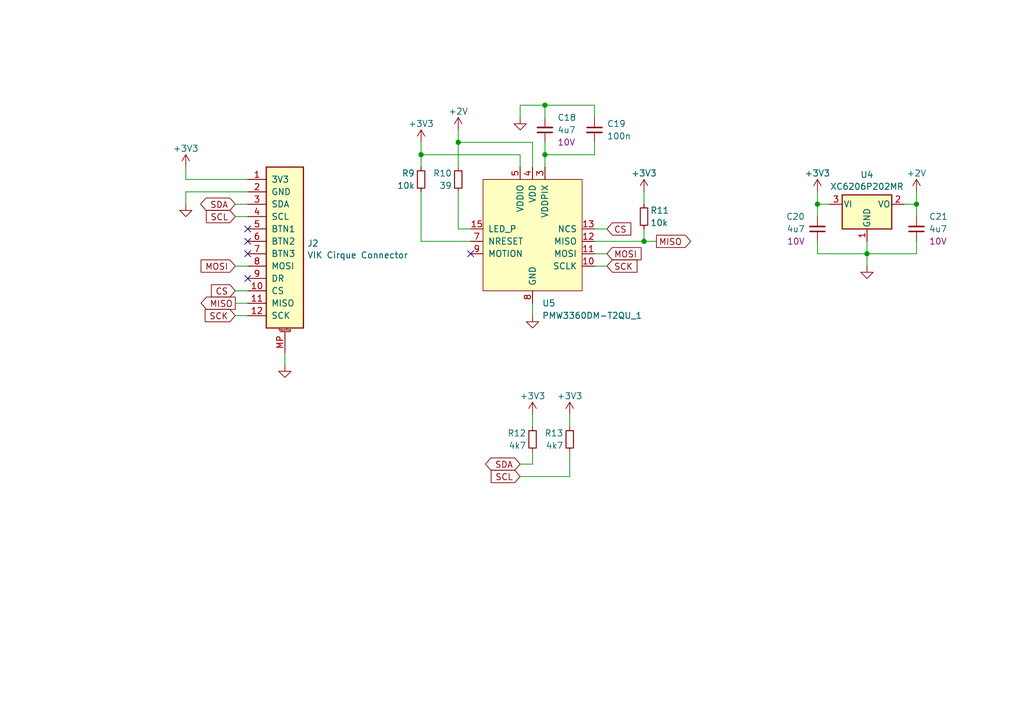
<source format=kicad_sch>
(kicad_sch (version 20231120) (generator "eeschema") (generator_version "8.0")
  (paper "A5")
  (lib_symbols
    (symbol "+2V_1" (power) (pin_names (offset 0))
      (property "Value" "+2V" (at 0 3.81 0))
      (symbol "+2V_1_0_1"
        (polyline (pts (xy -0.762 1.27) (xy 0 2.54)))
        (polyline (pts (xy 0 0) (xy 0 2.54)))
        (polyline (pts (xy 0 2.54) (xy 0.762 1.27)))
      )
      (symbol "+2V_1_1_1"
        (pin power_in line (at 0 0 90) (length 0) hide (name "+2V") (number "1"))
      )
    )
    (symbol "+3V3_1" (power) (pin_names (offset 0))
      (property "Value" "+3V3_1" (at 0 3.556 0))
      (symbol "+3V3_1_0_1"
        (polyline (pts (xy -0.762 1.27) (xy 0 2.54)))
        (polyline (pts (xy 0 0) (xy 0 2.54)))
        (polyline (pts (xy 0 2.54) (xy 0.762 1.27)))
      )
      (symbol "+3V3_1_1_1"
        (pin power_in line (at 0 0 90) (length 0) hide (name "+3V3") (number "1"))
      )
    )
    (symbol "Ariamelon-Connector:VIK Cirque Connector" (pin_names (offset 1.016))
      (property "Reference" "J3" (at 4.572 -0.4135 0))
      (property "Value" "VIK Cirque Connector" (at 4.572 -2.8377 0))
      (symbol "VIK Cirque Connector_1_1"
        (rectangle (start -3.81 15.24) (end 3.81 -17.78) (stroke (width 0.254)) (fill (type background)))
        (polyline (pts (xy -1.016 -18.542) (xy 1.016 -18.542)) (stroke (width 0.1524)))
        (text "Mounting" (at 0 -18.161 0) (effects (font (size 0.381 0.381))))
        (pin passive line (at -7.62 12.7 0) (length 3.81) (name "3V3") (number "1"))
        (pin passive line (at -7.62 -10.16 0) (length 3.81) (name "CS") (number "10"))
        (pin passive line (at -7.62 -12.7 0) (length 3.81) (name "MISO") (number "11"))
        (pin passive line (at -7.62 -15.24 0) (length 3.81) (name "SCK") (number "12"))
        (pin passive line (at -7.62 10.16 0) (length 3.81) (name "GND") (number "2"))
        (pin passive line (at -7.62 7.62 0) (length 3.81) (name "SDA") (number "3"))
        (pin passive line (at -7.62 5.08 0) (length 3.81) (name "SCL") (number "4"))
        (pin passive line (at -7.62 2.54 0) (length 3.81) (name "BTN1") (number "5"))
        (pin passive line (at -7.62 0 0) (length 3.81) (name "BTN2") (number "6"))
        (pin passive line (at -7.62 -2.54 0) (length 3.81) (name "BTN3") (number "7"))
        (pin passive line (at -7.62 -5.08 0) (length 3.81) (name "MOSI") (number "8"))
        (pin passive line (at -7.62 -7.62 0) (length 3.81) (name "DR") (number "9"))
        (pin passive line (at 0 -22.86 90) (length 4.318) (name "") (number "MP"))
      )
    )
    (symbol "Ariamelon-Power:+2V" (power) (pin_names (offset 0))
      (property "Value" "+2V" (at 0 3.81 0))
      (symbol "+2V_0_1"
        (polyline (pts (xy -0.762 1.27) (xy 0 2.54)))
        (polyline (pts (xy 0 0) (xy 0 2.54)))
        (polyline (pts (xy 0 2.54) (xy 0.762 1.27)))
      )
      (symbol "+2V_1_1"
        (pin power_in line (at 0 0 90) (length 0) hide (name "+2V") (number "1"))
      )
    )
    (symbol "Device:C_Small" (pin_numbers hide) (pin_names (offset 0.254) hide)
      (property "Reference" "C" (at 0.254 1.778 0))
      (property "Value" "C_Small" (at 0.254 -2.032 0))
      (symbol "C_Small_0_1"
        (polyline (pts (xy -1.524 -0.508) (xy 1.524 -0.508)) (stroke (width 0.3302)))
        (polyline (pts (xy -1.524 0.508) (xy 1.524 0.508)) (stroke (width 0.3048)))
      )
      (symbol "C_Small_1_1"
        (pin passive line (at 0 2.54 270) (length 2.032) (name "~") (number "1"))
        (pin passive line (at 0 -2.54 90) (length 2.032) (name "~") (number "2"))
      )
    )
    (symbol "Device:R_Small" (pin_numbers hide) (pin_names (offset 0.254) hide)
      (property "Reference" "R" (at 0.762 0.508 0))
      (property "Value" "R_Small" (at 0.762 -1.016 0))
      (symbol "R_Small_0_1"
        (rectangle (start -0.762 1.778) (end 0.762 -1.778) (stroke (width 0.2032)))
      )
      (symbol "R_Small_1_1"
        (pin passive line (at 0 2.54 270) (length 0.762) (name "~") (number "1"))
        (pin passive line (at 0 -2.54 90) (length 0.762) (name "~") (number "2"))
      )
    )
    (symbol "PMW3360DM-T2QU_1" (pin_names (offset 1.016))
      (property "Reference" "U?" (at 11.1702 -15.24 0))
      (property "Value" "PMW3360DM-T2QU_1" (at 11.1702 -17.78 0))
      (symbol "PMW3360DM-T2QU_1_0_1"
        (rectangle (start -10.16 10.16) (end 10.16 -12.7) (fill (type background)))
      )
      (symbol "PMW3360DM-T2QU_1_1_1"
        (pin no_connect line (at -12.7 7.62 0) (length 2.54) hide (name "NC") (number "1"))
        (pin input line (at 12.7 -7.62 180) (length 2.54) (name "SCLK") (number "10"))
        (pin input line (at 12.7 -5.08 180) (length 2.54) (name "MOSI") (number "11"))
        (pin output line (at 12.7 -2.54 180) (length 2.54) (name "MISO") (number "12"))
        (pin input line (at 12.7 0 180) (length 2.54) (name "NCS") (number "13"))
        (pin no_connect line (at -12.7 7.62 0) (length 2.54) hide (name "NC") (number "14"))
        (pin input line (at -12.7 0 0) (length 2.54) (name "LED_P") (number "15"))
        (pin no_connect line (at -12.7 7.62 0) (length 2.54) hide (name "NC") (number "16"))
        (pin no_connect line (at -12.7 7.62 0) (length 2.54) hide (name "NC") (number "2"))
        (pin power_in line (at 2.54 12.7 270) (length 2.54) (name "VDDPIX") (number "3"))
        (pin power_in line (at 0 12.7 270) (length 2.54) (name "VDD") (number "4"))
        (pin power_in line (at -2.54 12.7 270) (length 2.54) (name "VDDIO") (number "5"))
        (pin no_connect line (at -12.7 7.62 0) (length 2.54) hide (name "NC") (number "6"))
        (pin input line (at -12.7 -2.54 0) (length 2.54) (name "NRESET") (number "7"))
        (pin power_in line (at 0 -15.24 90) (length 2.54) (name "GND") (number "8"))
        (pin output line (at -12.7 -5.08 0) (length 2.54) (name "MOTION") (number "9"))
      )
    )
    (symbol "Regulator_Linear:XC6206PxxxMR" (pin_names (offset 0.254))
      (property "Reference" "U" (at -3.81 3.175 0))
      (property "Value" "XC6206PxxxMR" (at 0 3.175 0))
      (symbol "XC6206PxxxMR_0_1"
        (rectangle (start -5.08 1.905) (end 5.08 -5.08) (stroke (width 0.254)) (fill (type background)))
      )
      (symbol "XC6206PxxxMR_1_1"
        (pin power_in line (at 0 -7.62 90) (length 2.54) (name "GND") (number "1"))
        (pin power_out line (at 7.62 0 180) (length 2.54) (name "VO") (number "2"))
        (pin power_in line (at -7.62 0 0) (length 2.54) (name "VI") (number "3"))
      )
    )
    (symbol "power:+3V3" (power) (pin_names (offset 0))
      (property "Value" "+3V3" (at 0 3.556 0))
      (symbol "+3V3_0_1"
        (polyline (pts (xy -0.762 1.27) (xy 0 2.54)))
        (polyline (pts (xy 0 0) (xy 0 2.54)))
        (polyline (pts (xy 0 2.54) (xy 0.762 1.27)))
      )
      (symbol "+3V3_1_1"
        (pin power_in line (at 0 0 90) (length 0) hide (name "+3V3") (number "1"))
      )
    )
    (symbol "power:GND" (power) (pin_names (offset 0))
      (property "Value" "GND" (at 0 -3.81 0))
      (symbol "GND_0_1"
        (polyline (pts (xy 0 0) (xy 0 -1.27) (xy 1.27 -1.27) (xy 0 -2.54) (xy -1.27 -1.27) (xy 0 -1.27)))
      )
      (symbol "GND_1_1"
        (pin power_in line (at 0 0 270) (length 0) hide (name "GND") (number "1"))
      )
    )
  )
  (junction (at 111.76 21.59))
  (junction (at 93.98 29.21))
  (junction (at 86.36 31.75))
  (junction (at 187.96 41.91))
  (junction (at 177.8 52.07))
  (junction (at 132.08 49.53))
  (junction (at 167.64 41.91))
  (junction (at 111.76 31.75))
  (no_connect (at 50.8 49.53))
  (no_connect (at 50.8 46.99))
  (no_connect (at 50.8 52.07))
  (no_connect (at 50.8 57.15))
  (no_connect (at 96.52 52.07))
  (wire (pts (xy 48.26 54.61) (xy 50.8 54.61)))
  (wire (pts (xy 177.8 49.53) (xy 177.8 52.07)))
  (wire (pts (xy 124.46 46.99) (xy 121.92 46.99)))
  (wire (pts (xy 109.22 85.09) (xy 109.22 87.63)))
  (wire (pts (xy 167.64 39.37) (xy 167.64 41.91)))
  (wire (pts (xy 177.8 52.07) (xy 187.96 52.07)))
  (wire (pts (xy 121.92 21.59) (xy 111.76 21.59)))
  (wire (pts (xy 116.84 85.09) (xy 116.84 87.63)))
  (wire (pts (xy 177.8 52.07) (xy 177.8 54.61)))
  (wire (pts (xy 86.36 39.37) (xy 86.36 49.53)))
  (wire (pts (xy 50.8 44.45) (xy 48.26 44.45)))
  (wire (pts (xy 86.36 31.75) (xy 106.68 31.75)))
  (wire (pts (xy 111.76 21.59) (xy 111.76 24.13)))
  (wire (pts (xy 187.96 39.37) (xy 187.96 41.91)))
  (wire (pts (xy 106.68 34.29) (xy 106.68 31.75)))
  (wire (pts (xy 124.46 54.61) (xy 121.92 54.61)))
  (wire (pts (xy 167.64 41.91) (xy 167.64 44.45)))
  (wire (pts (xy 121.92 24.13) (xy 121.92 21.59)))
  (wire (pts (xy 38.1 36.83) (xy 50.8 36.83)))
  (wire (pts (xy 167.64 52.07) (xy 177.8 52.07)))
  (wire (pts (xy 111.76 31.75) (xy 111.76 34.29)))
  (wire (pts (xy 185.42 41.91) (xy 187.96 41.91)))
  (wire (pts (xy 124.46 52.07) (xy 121.92 52.07)))
  (wire (pts (xy 109.22 62.23) (xy 109.22 64.77)))
  (wire (pts (xy 132.08 46.99) (xy 132.08 49.53)))
  (wire (pts (xy 93.98 46.99) (xy 96.52 46.99)))
  (wire (pts (xy 50.8 62.23) (xy 48.26 62.23)))
  (wire (pts (xy 167.64 41.91) (xy 170.18 41.91)))
  (wire (pts (xy 38.1 39.37) (xy 50.8 39.37)))
  (wire (pts (xy 116.84 97.79) (xy 106.68 97.79)))
  (wire (pts (xy 86.36 29.21) (xy 86.36 31.75)))
  (wire (pts (xy 93.98 29.21) (xy 93.98 34.29)))
  (wire (pts (xy 109.22 29.21) (xy 93.98 29.21)))
  (wire (pts (xy 58.42 72.39) (xy 58.42 74.93)))
  (wire (pts (xy 111.76 29.21) (xy 111.76 31.75)))
  (wire (pts (xy 187.96 49.53) (xy 187.96 52.07)))
  (wire (pts (xy 116.84 92.71) (xy 116.84 97.79)))
  (wire (pts (xy 106.68 95.25) (xy 109.22 95.25)))
  (wire (pts (xy 86.36 49.53) (xy 96.52 49.53)))
  (wire (pts (xy 38.1 39.37) (xy 38.1 41.91)))
  (wire (pts (xy 109.22 95.25) (xy 109.22 92.71)))
  (wire (pts (xy 121.92 49.53) (xy 132.08 49.53)))
  (wire (pts (xy 93.98 26.67) (xy 93.98 29.21)))
  (wire (pts (xy 93.98 39.37) (xy 93.98 46.99)))
  (wire (pts (xy 132.08 41.91) (xy 132.08 39.37)))
  (wire (pts (xy 109.22 29.21) (xy 109.22 34.29)))
  (wire (pts (xy 121.92 29.21) (xy 121.92 31.75)))
  (wire (pts (xy 132.08 49.53) (xy 134.62 49.53)))
  (wire (pts (xy 50.8 41.91) (xy 48.26 41.91)))
  (wire (pts (xy 187.96 41.91) (xy 187.96 44.45)))
  (wire (pts (xy 38.1 34.29) (xy 38.1 36.83)))
  (wire (pts (xy 121.92 31.75) (xy 111.76 31.75)))
  (wire (pts (xy 86.36 31.75) (xy 86.36 34.29)))
  (wire (pts (xy 106.68 21.59) (xy 111.76 21.59)))
  (wire (pts (xy 48.26 64.77) (xy 50.8 64.77)))
  (wire (pts (xy 167.64 49.53) (xy 167.64 52.07)))
  (wire (pts (xy 106.68 24.13) (xy 106.68 21.59)))
  (wire (pts (xy 48.26 59.69) (xy 50.8 59.69)))
  (global_label "MISO" (shape output) (at 48.26 62.23 180) (property "Intersheetrefs" "${INTERSHEET_REFS}" (effects (hide yes))))
  (global_label "SCL" (shape input) (at 48.26 44.45 180) (property "Intersheetrefs" "${INTERSHEET_REFS}" (effects (hide yes))))
  (global_label "SCK" (shape input) (at 124.46 54.61 0) (property "Intersheetrefs" "${INTERSHEET_REFS}" (effects (hide yes))))
  (global_label "SDA" (shape bidirectional) (at 106.68 95.25 180) (property "Intersheetrefs" "${INTERSHEET_REFS}" (effects (hide yes))))
  (global_label "SCL" (shape input) (at 106.68 97.79 180) (property "Intersheetrefs" "${INTERSHEET_REFS}" (effects (hide yes))))
  (global_label "MOSI" (shape input) (at 124.46 52.07 0) (property "Intersheetrefs" "${INTERSHEET_REFS}" (effects (hide yes))))
  (global_label "CS" (shape input) (at 48.26 59.69 180) (property "Intersheetrefs" "${INTERSHEET_REFS}" (effects (hide yes))))
  (global_label "SCK" (shape input) (at 48.26 64.77 180) (property "Intersheetrefs" "${INTERSHEET_REFS}" (effects (hide yes))))
  (global_label "CS" (shape input) (at 124.46 46.99 0) (property "Intersheetrefs" "${INTERSHEET_REFS}" (effects (hide yes))))
  (global_label "MISO" (shape output) (at 134.62 49.53 0) (property "Intersheetrefs" "${INTERSHEET_REFS}" (effects (hide yes))))
  (global_label "SDA" (shape bidirectional) (at 48.26 41.91 180) (property "Intersheetrefs" "${INTERSHEET_REFS}" (effects (hide yes))))
  (global_label "MOSI" (shape input) (at 48.26 54.61 180) (property "Intersheetrefs" "${INTERSHEET_REFS}" (effects (hide yes))))
  (symbol (lib_name "+3V3_1") (lib_id "power:+3V3") (at 132.08 39.37 0) (unit 1)
    (property "Reference" "#PWR034" (effects (hide yes)))
    (property "Value" "+3V3" (at 132.08 35.56 0))
  )
  (symbol (lib_id "power:GND") (at 58.42 74.93 0) (unit 1)
    (property "Reference" "#PWR043" (effects (hide yes)))
    (property "Value" "GND" (effects (hide yes)))
  )
  (symbol (lib_id "Device:C_Small") (at 187.96 46.99 180) (unit 1)
    (property "Reference" "C21" (at 190.5 44.45 0) (effects (justify right)))
    (property "Value" "4u7" (at 190.5 46.99 0) (effects (justify right)))
    (property "Footprint" "Capacitor_SMD:C_0402_1005Metric" (effects (hide yes)))
    (property "Description" "0402 capacitor" (effects (hide yes)))
    (property "LCSC" "C23733" (effects (hide yes)))
    (property "Voltage" "10V" (at 190.5 49.53 0) (effects (justify right)))
  )
  (symbol (lib_id "Device:C_Small") (at 121.92 26.67 0) (unit 1)
    (property "Reference" "C19" (at 124.46 25.4 0) (effects (justify left)))
    (property "Value" "100n" (at 124.46 27.94 0) (effects (justify left)))
    (property "Footprint" "Capacitor_SMD:C_0402_1005Metric" (effects (hide yes)))
    (property "Description" "0402 capacitor" (effects (hide yes)))
    (property "LCSC" "C307331" (effects (hide yes)))
    (property "Voltage" "50V" (effects (hide yes)))
  )
  (symbol (lib_id "Device:R_Small") (at 86.36 36.83 180) (unit 1)
    (property "Reference" "R9" (at 85.09 35.56 0) (effects (justify left)))
    (property "Value" "10k" (at 85.09 38.1 0) (effects (justify left)))
    (property "Footprint" "Resistor_SMD:R_0402_1005Metric" (effects (hide yes)))
    (property "Description" "0402 resistor" (effects (hide yes)))
    (property "LCSC" "C25744" (effects (hide yes)))
  )
  (symbol (lib_name "+3V3_1") (lib_id "power:+3V3") (at 38.1 34.29 0) (unit 1)
    (property "Reference" "#PWR041" (effects (hide yes)))
    (property "Value" "+3V3" (at 38.1 30.48 0))
  )
  (symbol (lib_name "+3V3_1") (lib_id "power:+3V3") (at 116.84 85.09 0) (unit 1)
    (property "Reference" "#PWR040" (effects (hide yes)))
    (property "Value" "+3V3" (at 116.84 81.28 0))
  )
  (symbol (lib_id "power:GND") (at 106.68 24.13 0) (unit 1)
    (property "Reference" "#PWR031" (effects (hide yes)))
    (property "Value" "GND" (effects (hide yes)))
  )
  (symbol (lib_id "Ariamelon-Power:+2V") (at 93.98 26.67 0) (unit 1)
    (property "Reference" "#PWR032" (effects (hide yes)))
    (property "Value" "+2V" (at 93.98 22.86 0))
  )
  (symbol (lib_id "power:GND") (at 38.1 41.91 0) (mirror y) (unit 1)
    (property "Reference" "#PWR042" (effects (hide yes)))
    (property "Value" "GND" (effects (hide yes)))
  )
  (symbol (lib_id "power:GND") (at 109.22 64.77 0) (unit 1)
    (property "Reference" "#PWR038" (effects (hide yes)))
    (property "Value" "GND" (effects (hide yes)))
  )
  (symbol (lib_name "+3V3_1") (lib_id "power:+3V3") (at 109.22 85.09 0) (unit 1)
    (property "Reference" "#PWR039" (effects (hide yes)))
    (property "Value" "+3V3" (at 109.22 81.28 0))
  )
  (symbol (lib_id "power:+3V3") (at 167.64 39.37 0) (unit 1)
    (property "Reference" "#PWR035" (effects (hide yes)))
    (property "Value" "+3V3" (at 167.64 35.56 0))
  )
  (symbol (lib_name "+3V3_1") (lib_id "power:+3V3") (at 86.36 29.21 0) (unit 1)
    (property "Reference" "#PWR033" (effects (hide yes)))
    (property "Value" "+3V3" (at 86.36 25.4 0))
  )
  (symbol (lib_id "Device:R_Small") (at 132.08 44.45 180) (unit 1)
    (property "Reference" "R11" (at 133.35 43.18 0) (effects (justify right)))
    (property "Value" "10k" (at 133.35 45.72 0) (effects (justify right)))
    (property "Footprint" "Resistor_SMD:R_0402_1005Metric" (effects (hide yes)))
    (property "Description" "0402 resistor" (effects (hide yes)))
    (property "LCSC" "C25744" (effects (hide yes)))
  )
  (symbol (lib_id "Regulator_Linear:XC6206PxxxMR") (at 177.8 41.91 0) (unit 1)
    (property "Reference" "U4" (at 177.8 35.8607 0))
    (property "Value" "XC6206P202MR" (at 177.8 38.2849 0))
    (property "Footprint" "Ariamelon-Package:SOT-23-3" (effects (hide yes)))
    (property "Datasheet" "https://www.torexsemi.com/file/xc6206/XC6206.pdf" (effects (hide yes)))
    (property "LCSC" "C2891260" (effects (hide yes)))
  )
  (symbol (lib_id "Device:R_Small") (at 93.98 36.83 0) (mirror x) (unit 1)
    (property "Reference" "R10" (at 92.71 35.56 0) (effects (justify right)))
    (property "Value" "39" (at 92.71 38.1 0) (effects (justify right)))
    (property "Footprint" "Resistor_SMD:R_0402_1005Metric" (effects (hide yes)))
    (property "Description" "0402 resistor" (effects (hide yes)))
    (property "LCSC" "C25164" (effects (hide yes)))
  )
  (symbol (lib_name "PMW3360DM-T2QU_1") (lib_id "Ariamelon-IC:PMW3360DM-T2QU_1") (at 109.22 46.99 0) (unit 1)
    (property "Reference" "U5" (at 111.1759 62.23 0) (effects (justify left)))
    (property "Value" "PMW3360DM-T2QU_1" (at 111.1759 64.77 0) (effects (justify left)))
    (property "Footprint" "Ariamelon-Package:PixArt_PMW3360DM-T2QU" (effects (hide yes)))
    (property "Description" "Optical sensor" (effects (hide yes)))
  )
  (symbol (lib_id "Device:R_Small") (at 116.84 90.17 0) (unit 1)
    (property "Reference" "R13" (at 115.57 88.9 0) (effects (justify right)))
    (property "Value" "4k7" (at 115.57 91.44 0) (effects (justify right)))
    (property "Footprint" "Resistor_SMD:R_0402_1005Metric" (effects (hide yes)))
    (property "Description" "0402 resistor" (effects (hide yes)))
    (property "LCSC" "C25900" (effects (hide yes)))
  )
  (symbol (lib_id "power:GND") (at 177.8 54.61 0) (unit 1)
    (property "Reference" "#PWR037" (effects (hide yes)))
    (property "Value" "GND" (effects (hide yes)))
  )
  (symbol (lib_id "Device:C_Small") (at 167.64 46.99 0) (mirror x) (unit 1)
    (property "Reference" "C20" (at 165.1 44.45 0) (effects (justify right)))
    (property "Value" "4u7" (at 165.1 46.99 0) (effects (justify right)))
    (property "Footprint" "Capacitor_SMD:C_0402_1005Metric" (effects (hide yes)))
    (property "Description" "0402 capacitor" (effects (hide yes)))
    (property "LCSC" "C23733" (effects (hide yes)))
    (property "Voltage" "10V" (at 165.1 49.53 0) (effects (justify right)))
  )
  (symbol (lib_id "Device:R_Small") (at 109.22 90.17 0) (unit 1)
    (property "Reference" "R12" (at 107.95 88.9 0) (effects (justify right)))
    (property "Value" "4k7" (at 107.95 91.44 0) (effects (justify right)))
    (property "Footprint" "Resistor_SMD:R_0402_1005Metric" (effects (hide yes)))
    (property "Description" "0402 resistor" (effects (hide yes)))
    (property "LCSC" "C25900" (effects (hide yes)))
  )
  (symbol (lib_name "+2V_1") (lib_id "Ariamelon-Power:+2V") (at 187.96 39.37 0) (unit 1)
    (property "Reference" "#PWR036" (effects (hide yes)))
    (property "Value" "+2V" (at 187.96 35.56 0))
  )
  (symbol (lib_id "Ariamelon-Connector:VIK Cirque Connector") (at 58.42 49.53 0) (unit 1)
    (property "Reference" "J2" (at 62.992 49.9435 0) (effects (justify left)))
    (property "Value" "VIK Cirque Connector" (at 62.992 52.3677 0) (effects (justify left)))
    (property "Footprint" "Ariamelon-Connector:VIK_Cirque_Horizontal" (effects (hide yes)))
    (property "Description" "FFC receptacle" (effects (hide yes)))
    (property "LCSC" "C88360" (effects (hide yes)))
  )
  (symbol (lib_id "Device:C_Small") (at 111.76 26.67 180) (unit 1)
    (property "Reference" "C18" (at 114.3 24.13 0) (effects (justify right)))
    (property "Value" "4u7" (at 114.3 26.67 0) (effects (justify right)))
    (property "Footprint" "Capacitor_SMD:C_0402_1005Metric" (effects (hide yes)))
    (property "Description" "0402 capacitor" (effects (hide yes)))
    (property "LCSC" "C23733" (effects (hide yes)))
    (property "Voltage" "10V" (at 114.3 29.21 0) (effects (justify right)))
  )
)
</source>
